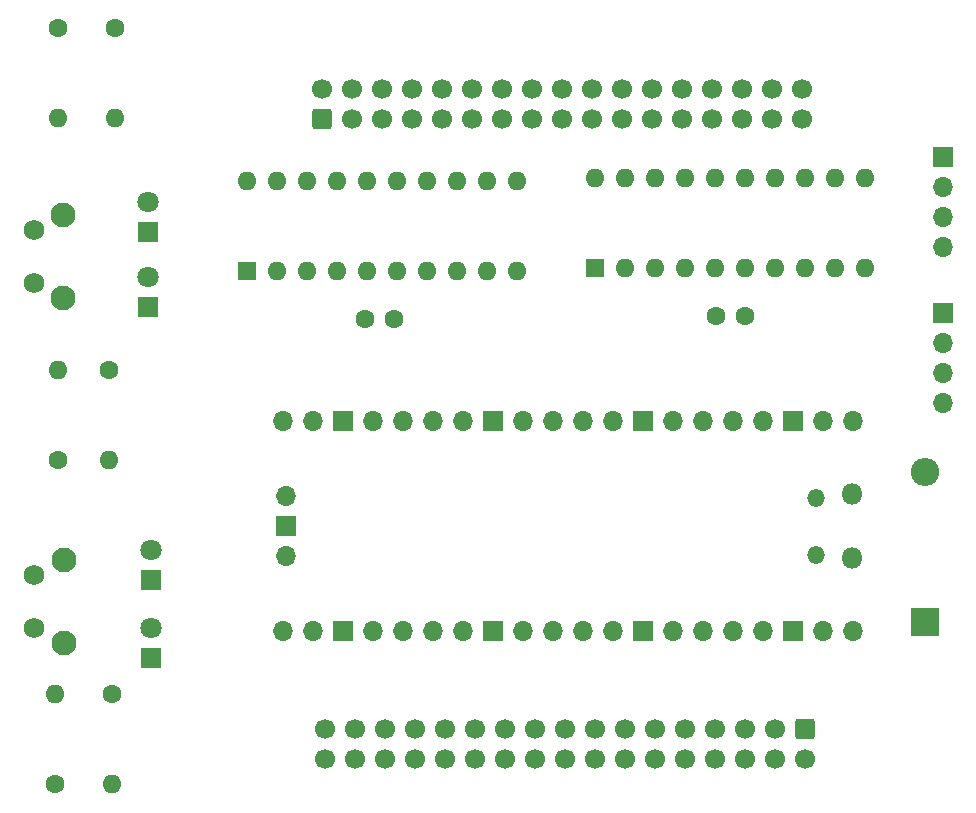
<source format=gbr>
%TF.GenerationSoftware,KiCad,Pcbnew,(6.0.6)*%
%TF.CreationDate,2023-06-21T15:59:23+02:00*%
%TF.ProjectId,X68KFDPI,5836384b-4644-4504-992e-6b696361645f,rev?*%
%TF.SameCoordinates,Original*%
%TF.FileFunction,Soldermask,Bot*%
%TF.FilePolarity,Negative*%
%FSLAX46Y46*%
G04 Gerber Fmt 4.6, Leading zero omitted, Abs format (unit mm)*
G04 Created by KiCad (PCBNEW (6.0.6)) date 2023-06-21 15:59:23*
%MOMM*%
%LPD*%
G01*
G04 APERTURE LIST*
G04 Aperture macros list*
%AMRoundRect*
0 Rectangle with rounded corners*
0 $1 Rounding radius*
0 $2 $3 $4 $5 $6 $7 $8 $9 X,Y pos of 4 corners*
0 Add a 4 corners polygon primitive as box body*
4,1,4,$2,$3,$4,$5,$6,$7,$8,$9,$2,$3,0*
0 Add four circle primitives for the rounded corners*
1,1,$1+$1,$2,$3*
1,1,$1+$1,$4,$5*
1,1,$1+$1,$6,$7*
1,1,$1+$1,$8,$9*
0 Add four rect primitives between the rounded corners*
20,1,$1+$1,$2,$3,$4,$5,0*
20,1,$1+$1,$4,$5,$6,$7,0*
20,1,$1+$1,$6,$7,$8,$9,0*
20,1,$1+$1,$8,$9,$2,$3,0*%
G04 Aperture macros list end*
%ADD10C,1.600000*%
%ADD11R,1.800000X1.800000*%
%ADD12C,1.800000*%
%ADD13O,1.600000X1.600000*%
%ADD14O,1.800000X1.800000*%
%ADD15O,1.500000X1.500000*%
%ADD16O,1.700000X1.700000*%
%ADD17R,1.700000X1.700000*%
%ADD18C,2.100000*%
%ADD19C,1.750000*%
%ADD20RoundRect,0.250000X-0.600000X0.600000X-0.600000X-0.600000X0.600000X-0.600000X0.600000X0.600000X0*%
%ADD21C,1.700000*%
%ADD22R,2.400000X2.400000*%
%ADD23O,2.400000X2.400000*%
%ADD24R,1.600000X1.600000*%
%ADD25RoundRect,0.250000X0.600000X-0.600000X0.600000X0.600000X-0.600000X0.600000X-0.600000X-0.600000X0*%
G04 APERTURE END LIST*
D10*
%TO.C,C2*%
X169946000Y-78486000D03*
X172446000Y-78486000D03*
%TD*%
D11*
%TO.C,D3*%
X122174000Y-100838000D03*
D12*
X122174000Y-98298000D03*
%TD*%
D10*
%TO.C,R5*%
X118618000Y-83058000D03*
D13*
X118618000Y-90678000D03*
%TD*%
D11*
%TO.C,D4*%
X121920000Y-71374000D03*
D12*
X121920000Y-68834000D03*
%TD*%
D10*
%TO.C,R1*%
X118872000Y-110490000D03*
D13*
X118872000Y-118110000D03*
%TD*%
D10*
%TO.C,R3*%
X114046000Y-118110000D03*
D13*
X114046000Y-110490000D03*
%TD*%
D14*
%TO.C,U1*%
X181480000Y-93541000D03*
D15*
X178450000Y-98691000D03*
X178450000Y-93841000D03*
D14*
X181480000Y-98991000D03*
D16*
X181610000Y-87376000D03*
X179070000Y-87376000D03*
D17*
X176530000Y-87376000D03*
D16*
X173990000Y-87376000D03*
X171450000Y-87376000D03*
X168910000Y-87376000D03*
X166370000Y-87376000D03*
D17*
X163830000Y-87376000D03*
D16*
X161290000Y-87376000D03*
X158750000Y-87376000D03*
X156210000Y-87376000D03*
X153670000Y-87376000D03*
D17*
X151130000Y-87376000D03*
D16*
X148590000Y-87376000D03*
X146050000Y-87376000D03*
X143510000Y-87376000D03*
X140970000Y-87376000D03*
D17*
X138430000Y-87376000D03*
D16*
X135890000Y-87376000D03*
X133350000Y-87376000D03*
X133350000Y-105156000D03*
X135890000Y-105156000D03*
D17*
X138430000Y-105156000D03*
D16*
X140970000Y-105156000D03*
X143510000Y-105156000D03*
X146050000Y-105156000D03*
X148590000Y-105156000D03*
D17*
X151130000Y-105156000D03*
D16*
X153670000Y-105156000D03*
X156210000Y-105156000D03*
X158750000Y-105156000D03*
X161290000Y-105156000D03*
D17*
X163830000Y-105156000D03*
D16*
X166370000Y-105156000D03*
X168910000Y-105156000D03*
X171450000Y-105156000D03*
X173990000Y-105156000D03*
D17*
X176530000Y-105156000D03*
D16*
X179070000Y-105156000D03*
X181610000Y-105156000D03*
X133580000Y-93726000D03*
D17*
X133580000Y-96266000D03*
D16*
X133580000Y-98806000D03*
%TD*%
D17*
%TO.C,J8*%
X189173000Y-78242000D03*
D16*
X189173000Y-80782000D03*
X189173000Y-83322000D03*
X189173000Y-85862000D03*
%TD*%
D18*
%TO.C,SW2*%
X114688500Y-76942000D03*
X114688500Y-69932000D03*
D19*
X112198500Y-75692000D03*
X112198500Y-71192000D03*
%TD*%
D17*
%TO.C,J15*%
X189173000Y-65034000D03*
D16*
X189173000Y-67574000D03*
X189173000Y-70114000D03*
X189173000Y-72654000D03*
%TD*%
D10*
%TO.C,R4*%
X114300000Y-54102000D03*
D13*
X114300000Y-61722000D03*
%TD*%
D10*
%TO.C,R2*%
X119126000Y-54102000D03*
D13*
X119126000Y-61722000D03*
%TD*%
D20*
%TO.C,J1*%
X177546000Y-113428500D03*
D21*
X177546000Y-115968500D03*
X175006000Y-113428500D03*
X175006000Y-115968500D03*
X172466000Y-113428500D03*
X172466000Y-115968500D03*
X169926000Y-113428500D03*
X169926000Y-115968500D03*
X167386000Y-113428500D03*
X167386000Y-115968500D03*
X164846000Y-113428500D03*
X164846000Y-115968500D03*
X162306000Y-113428500D03*
X162306000Y-115968500D03*
X159766000Y-113428500D03*
X159766000Y-115968500D03*
X157226000Y-113428500D03*
X157226000Y-115968500D03*
X154686000Y-113428500D03*
X154686000Y-115968500D03*
X152146000Y-113428500D03*
X152146000Y-115968500D03*
X149606000Y-113428500D03*
X149606000Y-115968500D03*
X147066000Y-113428500D03*
X147066000Y-115968500D03*
X144526000Y-113428500D03*
X144526000Y-115968500D03*
X141986000Y-113428500D03*
X141986000Y-115968500D03*
X139446000Y-113428500D03*
X139446000Y-115968500D03*
X136906000Y-113428500D03*
X136906000Y-115968500D03*
%TD*%
D22*
%TO.C,D5*%
X187706000Y-104394000D03*
D23*
X187706000Y-91694000D03*
%TD*%
D10*
%TO.C,R6*%
X114300000Y-90678000D03*
D13*
X114300000Y-83058000D03*
%TD*%
D24*
%TO.C,U2*%
X130307000Y-74666000D03*
D13*
X132847000Y-74666000D03*
X135387000Y-74666000D03*
X137927000Y-74666000D03*
X140467000Y-74666000D03*
X143007000Y-74666000D03*
X145547000Y-74666000D03*
X148087000Y-74666000D03*
X150627000Y-74666000D03*
X153167000Y-74666000D03*
X153167000Y-67046000D03*
X150627000Y-67046000D03*
X148087000Y-67046000D03*
X145547000Y-67046000D03*
X143007000Y-67046000D03*
X140467000Y-67046000D03*
X137927000Y-67046000D03*
X135387000Y-67046000D03*
X132847000Y-67046000D03*
X130307000Y-67046000D03*
%TD*%
D11*
%TO.C,D2*%
X121920000Y-77729000D03*
D12*
X121920000Y-75189000D03*
%TD*%
D18*
%TO.C,SW1*%
X114758000Y-106152000D03*
X114758000Y-99142000D03*
D19*
X112268000Y-104902000D03*
X112268000Y-100402000D03*
%TD*%
D25*
%TO.C,J2*%
X136652000Y-61831500D03*
D21*
X136652000Y-59291500D03*
X139192000Y-61831500D03*
X139192000Y-59291500D03*
X141732000Y-61831500D03*
X141732000Y-59291500D03*
X144272000Y-61831500D03*
X144272000Y-59291500D03*
X146812000Y-61831500D03*
X146812000Y-59291500D03*
X149352000Y-61831500D03*
X149352000Y-59291500D03*
X151892000Y-61831500D03*
X151892000Y-59291500D03*
X154432000Y-61831500D03*
X154432000Y-59291500D03*
X156972000Y-61831500D03*
X156972000Y-59291500D03*
X159512000Y-61831500D03*
X159512000Y-59291500D03*
X162052000Y-61831500D03*
X162052000Y-59291500D03*
X164592000Y-61831500D03*
X164592000Y-59291500D03*
X167132000Y-61831500D03*
X167132000Y-59291500D03*
X169672000Y-61831500D03*
X169672000Y-59291500D03*
X172212000Y-61831500D03*
X172212000Y-59291500D03*
X174752000Y-61831500D03*
X174752000Y-59291500D03*
X177292000Y-61831500D03*
X177292000Y-59291500D03*
%TD*%
D10*
%TO.C,C1*%
X140228000Y-78740000D03*
X142728000Y-78740000D03*
%TD*%
D11*
%TO.C,D1*%
X122174000Y-107447000D03*
D12*
X122174000Y-104907000D03*
%TD*%
D24*
%TO.C,U3*%
X159771000Y-74412000D03*
D13*
X162311000Y-74412000D03*
X164851000Y-74412000D03*
X167391000Y-74412000D03*
X169931000Y-74412000D03*
X172471000Y-74412000D03*
X175011000Y-74412000D03*
X177551000Y-74412000D03*
X180091000Y-74412000D03*
X182631000Y-74412000D03*
X182631000Y-66792000D03*
X180091000Y-66792000D03*
X177551000Y-66792000D03*
X175011000Y-66792000D03*
X172471000Y-66792000D03*
X169931000Y-66792000D03*
X167391000Y-66792000D03*
X164851000Y-66792000D03*
X162311000Y-66792000D03*
X159771000Y-66792000D03*
%TD*%
M02*

</source>
